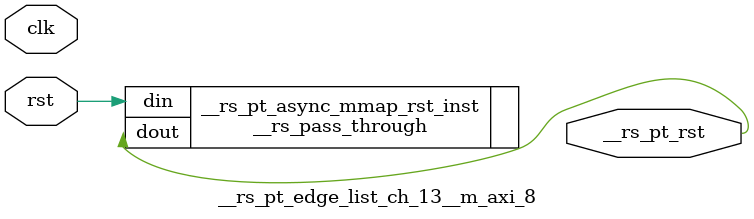
<source format=v>
`timescale 1 ns / 1 ps
/**   Generated by RapidStream   **/
module __rs_pt_edge_list_ch_13__m_axi_8 #(
    parameter BufferSize         = 32,
    parameter BufferSizeLog      = 5,
    parameter AddrWidth          = 64,
    parameter AxiSideAddrWidth   = 64,
    parameter DataWidth          = 512,
    parameter DataWidthBytesLog  = 6,
    parameter WaitTimeWidth      = 4,
    parameter BurstLenWidth      = 8,
    parameter EnableReadChannel  = 1,
    parameter EnableWriteChannel = 1,
    parameter MaxWaitTime        = 3,
    parameter MaxBurstLen        = 15
) (
    output wire __rs_pt_rst,
    input wire  clk,
    input wire  rst
);




__rs_pass_through #(
    .WIDTH (1)
) __rs_pt_async_mmap_rst_inst /**   Generated by RapidStream   **/ (
    .din  (rst),
    .dout (__rs_pt_rst)
);

endmodule  // __rs_pt_edge_list_ch_13__m_axi_8
</source>
